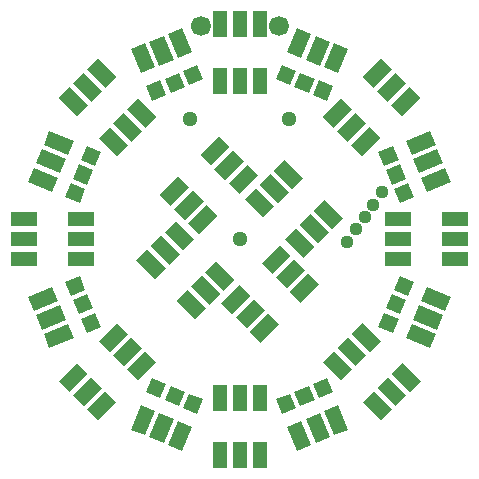
<source format=gts>
G04 #@! TF.FileFunction,Soldermask,Top*
%FSLAX46Y46*%
G04 Gerber Fmt 4.6, Leading zero omitted, Abs format (unit mm)*
G04 Created by KiCad (PCBNEW 4.0.7) date 11/15/18 02:42:05*
%MOMM*%
%LPD*%
G01*
G04 APERTURE LIST*
%ADD10C,0.100000*%
%ADD11C,1.292600*%
%ADD12R,1.303200X2.203200*%
%ADD13R,2.203200X1.303200*%
%ADD14C,1.690600*%
%ADD15C,1.111600*%
G04 APERTURE END LIST*
D10*
G36*
X22940561Y22776776D02*
X22019059Y21855274D01*
X20461161Y23413172D01*
X21382663Y24334674D01*
X22940561Y22776776D01*
X22940561Y22776776D01*
G37*
G36*
X24142645Y23978857D02*
X23221143Y23057355D01*
X21663245Y24615253D01*
X22584747Y25536755D01*
X24142645Y23978857D01*
X24142645Y23978857D01*
G37*
G36*
X25344725Y25180940D02*
X24423223Y24259438D01*
X22865325Y25817336D01*
X23786827Y26738838D01*
X25344725Y25180940D01*
X25344725Y25180940D01*
G37*
G36*
X26259439Y22423224D02*
X27180941Y23344726D01*
X28738839Y21786828D01*
X27817337Y20865326D01*
X26259439Y22423224D01*
X26259439Y22423224D01*
G37*
G36*
X25057355Y21221143D02*
X25978857Y22142645D01*
X27536755Y20584747D01*
X26615253Y19663245D01*
X25057355Y21221143D01*
X25057355Y21221143D01*
G37*
G36*
X23855275Y20019060D02*
X24776777Y20940562D01*
X26334675Y19382664D01*
X25413173Y18461162D01*
X23855275Y20019060D01*
X23855275Y20019060D01*
G37*
D11*
X20000000Y20000000D03*
X24210000Y30160000D03*
X15790000Y30160000D03*
D10*
G36*
X26709036Y33455350D02*
X27913035Y32956637D01*
X27414322Y31752638D01*
X26210323Y32251351D01*
X26709036Y33455350D01*
X26709036Y33455350D01*
G37*
G36*
X25138441Y34105911D02*
X26342440Y33607198D01*
X25843727Y32403199D01*
X24639728Y32901912D01*
X25138441Y34105911D01*
X25138441Y34105911D01*
G37*
G36*
X23567846Y34756473D02*
X24771845Y34257760D01*
X24273132Y33053761D01*
X23069133Y33552474D01*
X23567846Y34756473D01*
X23567846Y34756473D01*
G37*
G36*
X25229840Y35363460D02*
X24025840Y35862173D01*
X24868968Y37897664D01*
X26072968Y37398951D01*
X25229840Y35363460D01*
X25229840Y35363460D01*
G37*
G36*
X26800435Y34712896D02*
X25596435Y35211609D01*
X26439563Y37247100D01*
X27643563Y36748387D01*
X26800435Y34712896D01*
X26800435Y34712896D01*
G37*
G36*
X28371031Y34062336D02*
X27167031Y34561049D01*
X28010159Y36596540D01*
X29214159Y36097827D01*
X28371031Y34062336D01*
X28371031Y34062336D01*
G37*
G36*
X34257760Y24771845D02*
X34756473Y23567846D01*
X33552474Y23069133D01*
X33053761Y24273132D01*
X34257760Y24771845D01*
X34257760Y24771845D01*
G37*
G36*
X33607198Y26342440D02*
X34105911Y25138441D01*
X32901912Y24639728D01*
X32403199Y25843727D01*
X33607198Y26342440D01*
X33607198Y26342440D01*
G37*
G36*
X32956637Y27913035D02*
X33455350Y26709036D01*
X32251351Y26210323D01*
X31752638Y27414322D01*
X32956637Y27913035D01*
X32956637Y27913035D01*
G37*
G36*
X34561049Y27167032D02*
X34062336Y28371032D01*
X36097827Y29214160D01*
X36596540Y28010160D01*
X34561049Y27167032D01*
X34561049Y27167032D01*
G37*
G36*
X35211609Y25596435D02*
X34712896Y26800435D01*
X36748387Y27643563D01*
X37247100Y26439563D01*
X35211609Y25596435D01*
X35211609Y25596435D01*
G37*
G36*
X35862173Y24025841D02*
X35363460Y25229841D01*
X37398951Y26072969D01*
X37897664Y24868969D01*
X35862173Y24025841D01*
X35862173Y24025841D01*
G37*
G36*
X33455350Y13290964D02*
X32956637Y12086965D01*
X31752638Y12585678D01*
X32251351Y13789677D01*
X33455350Y13290964D01*
X33455350Y13290964D01*
G37*
G36*
X34105911Y14861559D02*
X33607198Y13657560D01*
X32403199Y14156273D01*
X32901912Y15360272D01*
X34105911Y14861559D01*
X34105911Y14861559D01*
G37*
G36*
X34756473Y16432154D02*
X34257760Y15228155D01*
X33053761Y15726868D01*
X33552474Y16930867D01*
X34756473Y16432154D01*
X34756473Y16432154D01*
G37*
G36*
X35363460Y14770160D02*
X35862173Y15974160D01*
X37897664Y15131032D01*
X37398951Y13927032D01*
X35363460Y14770160D01*
X35363460Y14770160D01*
G37*
G36*
X34712896Y13199565D02*
X35211609Y14403565D01*
X37247100Y13560437D01*
X36748387Y12356437D01*
X34712896Y13199565D01*
X34712896Y13199565D01*
G37*
G36*
X34062336Y11628969D02*
X34561049Y12832969D01*
X36596540Y11989841D01*
X36097827Y10785841D01*
X34062336Y11628969D01*
X34062336Y11628969D01*
G37*
G36*
X24771845Y5742240D02*
X23567846Y5243527D01*
X23069133Y6447526D01*
X24273132Y6946239D01*
X24771845Y5742240D01*
X24771845Y5742240D01*
G37*
G36*
X26342440Y6392802D02*
X25138441Y5894089D01*
X24639728Y7098088D01*
X25843727Y7596801D01*
X26342440Y6392802D01*
X26342440Y6392802D01*
G37*
G36*
X27913035Y7043363D02*
X26709036Y6544650D01*
X26210323Y7748649D01*
X27414322Y8247362D01*
X27913035Y7043363D01*
X27913035Y7043363D01*
G37*
G36*
X27167032Y5438951D02*
X28371032Y5937664D01*
X29214160Y3902173D01*
X28010160Y3403460D01*
X27167032Y5438951D01*
X27167032Y5438951D01*
G37*
G36*
X25596435Y4788391D02*
X26800435Y5287104D01*
X27643563Y3251613D01*
X26439563Y2752900D01*
X25596435Y4788391D01*
X25596435Y4788391D01*
G37*
G36*
X24025841Y4137827D02*
X25229841Y4636540D01*
X26072969Y2601049D01*
X24868969Y2102336D01*
X24025841Y4137827D01*
X24025841Y4137827D01*
G37*
G36*
X13290964Y6544650D02*
X12086965Y7043363D01*
X12585678Y8247362D01*
X13789677Y7748649D01*
X13290964Y6544650D01*
X13290964Y6544650D01*
G37*
G36*
X14861559Y5894089D02*
X13657560Y6392802D01*
X14156273Y7596801D01*
X15360272Y7098088D01*
X14861559Y5894089D01*
X14861559Y5894089D01*
G37*
G36*
X16432154Y5243527D02*
X15228155Y5742240D01*
X15726868Y6946239D01*
X16930867Y6447526D01*
X16432154Y5243527D01*
X16432154Y5243527D01*
G37*
G36*
X14770160Y4636540D02*
X15974160Y4137827D01*
X15131032Y2102336D01*
X13927032Y2601049D01*
X14770160Y4636540D01*
X14770160Y4636540D01*
G37*
G36*
X13199565Y5287104D02*
X14403565Y4788391D01*
X13560437Y2752900D01*
X12356437Y3251613D01*
X13199565Y5287104D01*
X13199565Y5287104D01*
G37*
G36*
X11628969Y5937664D02*
X12832969Y5438951D01*
X11989841Y3403460D01*
X10785841Y3902173D01*
X11628969Y5937664D01*
X11628969Y5937664D01*
G37*
G36*
X5742240Y15228155D02*
X5243527Y16432154D01*
X6447526Y16930867D01*
X6946239Y15726868D01*
X5742240Y15228155D01*
X5742240Y15228155D01*
G37*
G36*
X6392802Y13657560D02*
X5894089Y14861559D01*
X7098088Y15360272D01*
X7596801Y14156273D01*
X6392802Y13657560D01*
X6392802Y13657560D01*
G37*
G36*
X7043363Y12086965D02*
X6544650Y13290964D01*
X7748649Y13789677D01*
X8247362Y12585678D01*
X7043363Y12086965D01*
X7043363Y12086965D01*
G37*
G36*
X5438951Y12832968D02*
X5937664Y11628968D01*
X3902173Y10785840D01*
X3403460Y11989840D01*
X5438951Y12832968D01*
X5438951Y12832968D01*
G37*
G36*
X4788391Y14403565D02*
X5287104Y13199565D01*
X3251613Y12356437D01*
X2752900Y13560437D01*
X4788391Y14403565D01*
X4788391Y14403565D01*
G37*
G36*
X4137827Y15974159D02*
X4636540Y14770159D01*
X2601049Y13927031D01*
X2102336Y15131031D01*
X4137827Y15974159D01*
X4137827Y15974159D01*
G37*
G36*
X6544650Y26709036D02*
X7043363Y27913035D01*
X8247362Y27414322D01*
X7748649Y26210323D01*
X6544650Y26709036D01*
X6544650Y26709036D01*
G37*
G36*
X5894089Y25138441D02*
X6392802Y26342440D01*
X7596801Y25843727D01*
X7098088Y24639728D01*
X5894089Y25138441D01*
X5894089Y25138441D01*
G37*
G36*
X5243527Y23567846D02*
X5742240Y24771845D01*
X6946239Y24273132D01*
X6447526Y23069133D01*
X5243527Y23567846D01*
X5243527Y23567846D01*
G37*
G36*
X4636540Y25229840D02*
X4137827Y24025840D01*
X2102336Y24868968D01*
X2601049Y26072968D01*
X4636540Y25229840D01*
X4636540Y25229840D01*
G37*
G36*
X5287104Y26800435D02*
X4788391Y25596435D01*
X2752900Y26439563D01*
X3251613Y27643563D01*
X5287104Y26800435D01*
X5287104Y26800435D01*
G37*
G36*
X5937664Y28371031D02*
X5438951Y27167031D01*
X3403460Y28010159D01*
X3902173Y29214159D01*
X5937664Y28371031D01*
X5937664Y28371031D01*
G37*
G36*
X15228155Y34257760D02*
X16432154Y34756473D01*
X16930867Y33552474D01*
X15726868Y33053761D01*
X15228155Y34257760D01*
X15228155Y34257760D01*
G37*
G36*
X13657560Y33607198D02*
X14861559Y34105911D01*
X15360272Y32901912D01*
X14156273Y32403199D01*
X13657560Y33607198D01*
X13657560Y33607198D01*
G37*
G36*
X12086965Y32956637D02*
X13290964Y33455350D01*
X13789677Y32251351D01*
X12585678Y31752638D01*
X12086965Y32956637D01*
X12086965Y32956637D01*
G37*
G36*
X12832968Y34561049D02*
X11628968Y34062336D01*
X10785840Y36097827D01*
X11989840Y36596540D01*
X12832968Y34561049D01*
X12832968Y34561049D01*
G37*
G36*
X14403565Y35211609D02*
X13199565Y34712896D01*
X12356437Y36748387D01*
X13560437Y37247100D01*
X14403565Y35211609D01*
X14403565Y35211609D01*
G37*
G36*
X15974159Y35862173D02*
X14770159Y35363460D01*
X13927031Y37398951D01*
X15131031Y37897664D01*
X15974159Y35862173D01*
X15974159Y35862173D01*
G37*
D12*
X18299999Y38220000D03*
X20000000Y38219998D03*
X21700000Y38220000D03*
X21700001Y33420000D03*
X20000000Y33420002D03*
X18300000Y33420000D03*
D13*
X1780000Y18299999D03*
X1780002Y20000000D03*
X1780000Y21700000D03*
X6580000Y21700001D03*
X6579998Y20000000D03*
X6580000Y18300000D03*
D10*
G36*
X8633224Y7150561D02*
X9554726Y6229059D01*
X7996828Y4671161D01*
X7075326Y5592663D01*
X8633224Y7150561D01*
X8633224Y7150561D01*
G37*
G36*
X7431143Y8352645D02*
X8352645Y7431143D01*
X6794747Y5873245D01*
X5873245Y6794747D01*
X7431143Y8352645D01*
X7431143Y8352645D01*
G37*
G36*
X6229060Y9554725D02*
X7150562Y8633223D01*
X5592664Y7075325D01*
X4671162Y7996827D01*
X6229060Y9554725D01*
X6229060Y9554725D01*
G37*
G36*
X8986776Y10469439D02*
X8065274Y11390941D01*
X9623172Y12948839D01*
X10544674Y12027337D01*
X8986776Y10469439D01*
X8986776Y10469439D01*
G37*
G36*
X10188857Y9267355D02*
X9267355Y10188857D01*
X10825253Y11746755D01*
X11746755Y10825253D01*
X10188857Y9267355D01*
X10188857Y9267355D01*
G37*
G36*
X11390940Y8065275D02*
X10469438Y8986777D01*
X12027336Y10544675D01*
X12948838Y9623173D01*
X11390940Y8065275D01*
X11390940Y8065275D01*
G37*
D12*
X21700001Y1780000D03*
X20000000Y1780002D03*
X18300000Y1780000D03*
X18299999Y6580000D03*
X20000000Y6579998D03*
X21700000Y6580000D03*
D10*
G36*
X32849439Y8633224D02*
X33770941Y9554726D01*
X35328839Y7996828D01*
X34407337Y7075326D01*
X32849439Y8633224D01*
X32849439Y8633224D01*
G37*
G36*
X31647355Y7431143D02*
X32568857Y8352645D01*
X34126755Y6794747D01*
X33205253Y5873245D01*
X31647355Y7431143D01*
X31647355Y7431143D01*
G37*
G36*
X30445275Y6229060D02*
X31366777Y7150562D01*
X32924675Y5592664D01*
X32003173Y4671162D01*
X30445275Y6229060D01*
X30445275Y6229060D01*
G37*
G36*
X29530561Y8986776D02*
X28609059Y8065274D01*
X27051161Y9623172D01*
X27972663Y10544674D01*
X29530561Y8986776D01*
X29530561Y8986776D01*
G37*
G36*
X30732645Y10188857D02*
X29811143Y9267355D01*
X28253245Y10825253D01*
X29174747Y11746755D01*
X30732645Y10188857D01*
X30732645Y10188857D01*
G37*
G36*
X31934725Y11390940D02*
X31013223Y10469438D01*
X29455325Y12027336D01*
X30376827Y12948838D01*
X31934725Y11390940D01*
X31934725Y11390940D01*
G37*
D13*
X38220000Y21700001D03*
X38219998Y20000000D03*
X38220000Y18300000D03*
X33420000Y18299999D03*
X33420002Y20000000D03*
X33420000Y21700000D03*
D10*
G36*
X31366776Y32849439D02*
X30445274Y33770941D01*
X32003172Y35328839D01*
X32924674Y34407337D01*
X31366776Y32849439D01*
X31366776Y32849439D01*
G37*
G36*
X32568857Y31647355D02*
X31647355Y32568857D01*
X33205253Y34126755D01*
X34126755Y33205253D01*
X32568857Y31647355D01*
X32568857Y31647355D01*
G37*
G36*
X33770940Y30445275D02*
X32849438Y31366777D01*
X34407336Y32924675D01*
X35328838Y32003173D01*
X33770940Y30445275D01*
X33770940Y30445275D01*
G37*
G36*
X31013224Y29530561D02*
X31934726Y28609059D01*
X30376828Y27051161D01*
X29455326Y27972663D01*
X31013224Y29530561D01*
X31013224Y29530561D01*
G37*
G36*
X29811143Y30732645D02*
X30732645Y29811143D01*
X29174747Y28253245D01*
X28253245Y29174747D01*
X29811143Y30732645D01*
X29811143Y30732645D01*
G37*
G36*
X28609060Y31934725D02*
X29530562Y31013223D01*
X27972664Y29455325D01*
X27051162Y30376827D01*
X28609060Y31934725D01*
X28609060Y31934725D01*
G37*
G36*
X22776776Y17059439D02*
X21855274Y17980941D01*
X23413172Y19538839D01*
X24334674Y18617337D01*
X22776776Y17059439D01*
X22776776Y17059439D01*
G37*
G36*
X23978857Y15857355D02*
X23057355Y16778857D01*
X24615253Y18336755D01*
X25536755Y17415253D01*
X23978857Y15857355D01*
X23978857Y15857355D01*
G37*
G36*
X25180940Y14655275D02*
X24259438Y15576777D01*
X25817336Y17134675D01*
X26738838Y16213173D01*
X25180940Y14655275D01*
X25180940Y14655275D01*
G37*
G36*
X22423224Y13740561D02*
X23344726Y12819059D01*
X21786828Y11261161D01*
X20865326Y12182663D01*
X22423224Y13740561D01*
X22423224Y13740561D01*
G37*
G36*
X21221143Y14942645D02*
X22142645Y14021143D01*
X20584747Y12463245D01*
X19663245Y13384747D01*
X21221143Y14942645D01*
X21221143Y14942645D01*
G37*
G36*
X20019060Y16144725D02*
X20940562Y15223223D01*
X19382664Y13665325D01*
X18461162Y14586827D01*
X20019060Y16144725D01*
X20019060Y16144725D01*
G37*
G36*
X17223224Y22940561D02*
X18144726Y22019059D01*
X16586828Y20461161D01*
X15665326Y21382663D01*
X17223224Y22940561D01*
X17223224Y22940561D01*
G37*
G36*
X16021143Y24142645D02*
X16942645Y23221143D01*
X15384747Y21663245D01*
X14463245Y22584747D01*
X16021143Y24142645D01*
X16021143Y24142645D01*
G37*
G36*
X14819060Y25344725D02*
X15740562Y24423223D01*
X14182664Y22865325D01*
X13261162Y23786827D01*
X14819060Y25344725D01*
X14819060Y25344725D01*
G37*
G36*
X17576776Y26259439D02*
X16655274Y27180941D01*
X18213172Y28738839D01*
X19134674Y27817337D01*
X17576776Y26259439D01*
X17576776Y26259439D01*
G37*
G36*
X18778857Y25057355D02*
X17857355Y25978857D01*
X19415253Y27536755D01*
X20336755Y26615253D01*
X18778857Y25057355D01*
X18778857Y25057355D01*
G37*
G36*
X19980940Y23855275D02*
X19059438Y24776777D01*
X20617336Y26334675D01*
X21538838Y25413173D01*
X19980940Y23855275D01*
X19980940Y23855275D01*
G37*
G36*
X17059439Y17223224D02*
X17980941Y18144726D01*
X19538839Y16586828D01*
X18617337Y15665326D01*
X17059439Y17223224D01*
X17059439Y17223224D01*
G37*
G36*
X15857355Y16021143D02*
X16778857Y16942645D01*
X18336755Y15384747D01*
X17415253Y14463245D01*
X15857355Y16021143D01*
X15857355Y16021143D01*
G37*
G36*
X14655275Y14819060D02*
X15576777Y15740562D01*
X17134675Y14182664D01*
X16213173Y13261162D01*
X14655275Y14819060D01*
X14655275Y14819060D01*
G37*
G36*
X13740561Y17576776D02*
X12819059Y16655274D01*
X11261161Y18213172D01*
X12182663Y19134674D01*
X13740561Y17576776D01*
X13740561Y17576776D01*
G37*
G36*
X14942645Y18778857D02*
X14021143Y17857355D01*
X12463245Y19415253D01*
X13384747Y20336755D01*
X14942645Y18778857D01*
X14942645Y18778857D01*
G37*
G36*
X16144725Y19980940D02*
X15223223Y19059438D01*
X13665325Y20617336D01*
X14586827Y21538838D01*
X16144725Y19980940D01*
X16144725Y19980940D01*
G37*
G36*
X7150561Y31366776D02*
X6229059Y30445274D01*
X4671161Y32003172D01*
X5592663Y32924674D01*
X7150561Y31366776D01*
X7150561Y31366776D01*
G37*
G36*
X8352645Y32568857D02*
X7431143Y31647355D01*
X5873245Y33205253D01*
X6794747Y34126755D01*
X8352645Y32568857D01*
X8352645Y32568857D01*
G37*
G36*
X9554725Y33770940D02*
X8633223Y32849438D01*
X7075325Y34407336D01*
X7996827Y35328838D01*
X9554725Y33770940D01*
X9554725Y33770940D01*
G37*
G36*
X10469439Y31013224D02*
X11390941Y31934726D01*
X12948839Y30376828D01*
X12027337Y29455326D01*
X10469439Y31013224D01*
X10469439Y31013224D01*
G37*
G36*
X9267355Y29811143D02*
X10188857Y30732645D01*
X11746755Y29174747D01*
X10825253Y28253245D01*
X9267355Y29811143D01*
X9267355Y29811143D01*
G37*
G36*
X8065275Y28609060D02*
X8986777Y29530562D01*
X10544675Y27972664D01*
X9623173Y27051162D01*
X8065275Y28609060D01*
X8065275Y28609060D01*
G37*
D14*
X23300000Y38050000D03*
X16700000Y38050000D03*
D15*
X32035326Y23970969D03*
X31306884Y22930646D03*
X30578442Y21890323D03*
X29850000Y20850000D03*
X29121558Y19809677D03*
M02*

</source>
